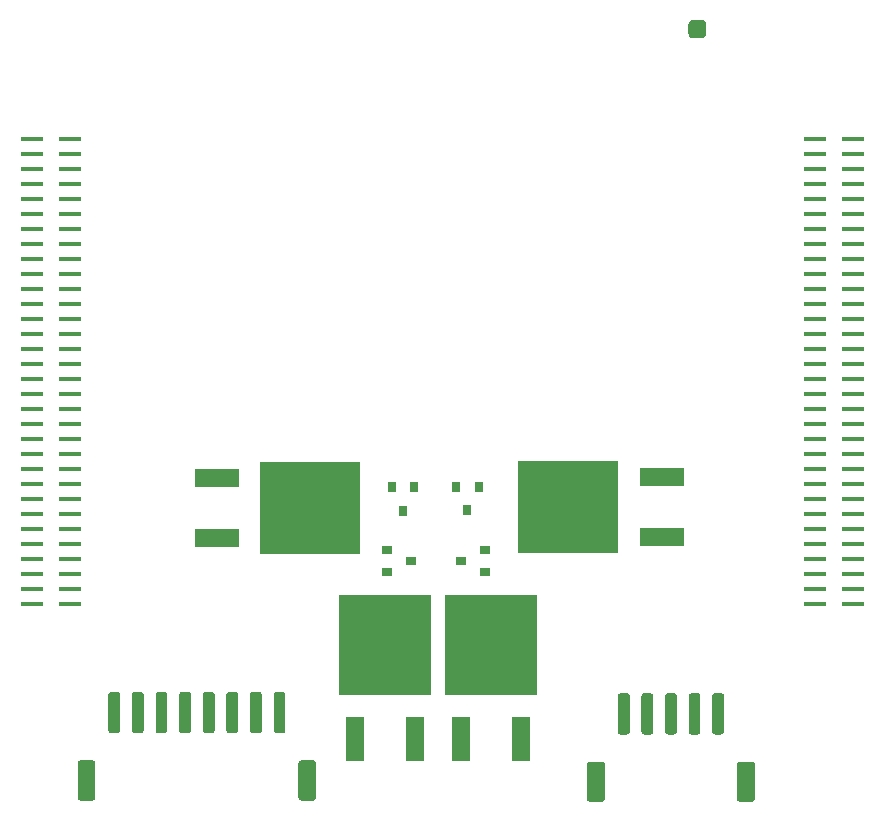
<source format=gbr>
G04 #@! TF.GenerationSoftware,KiCad,Pcbnew,5.1.5+dfsg1-2build2*
G04 #@! TF.CreationDate,2020-09-29T14:15:32-07:00*
G04 #@! TF.ProjectId,PD_ElectrodeBoard_v4,50445f45-6c65-4637-9472-6f6465426f61,4.1*
G04 #@! TF.SameCoordinates,Original*
G04 #@! TF.FileFunction,Paste,Bot*
G04 #@! TF.FilePolarity,Positive*
%FSLAX46Y46*%
G04 Gerber Fmt 4.6, Leading zero omitted, Abs format (unit mm)*
G04 Created by KiCad (PCBNEW 5.1.5+dfsg1-2build2) date 2020-09-29 14:15:32*
%MOMM*%
%LPD*%
G04 APERTURE LIST*
%ADD10R,1.854200X0.457200*%
%ADD11C,0.100000*%
%ADD12R,3.810000X1.620000*%
%ADD13R,8.510000X7.870000*%
%ADD14R,1.620000X3.810000*%
%ADD15R,7.870000X8.510000*%
%ADD16R,0.900000X0.800000*%
%ADD17R,0.800000X0.900000*%
G04 APERTURE END LIST*
D10*
X168587500Y-67315000D03*
X165412500Y-67315000D03*
X168587500Y-68585000D03*
X165412500Y-68585000D03*
X168587500Y-69855000D03*
X165412500Y-69855000D03*
X168587500Y-71125000D03*
X165412500Y-71125000D03*
X168587500Y-72395000D03*
X165412500Y-72395000D03*
X168587500Y-73665000D03*
X165412500Y-73665000D03*
X168587500Y-74935000D03*
X165412500Y-74935000D03*
X168587500Y-76205000D03*
X165412500Y-76205000D03*
X168587500Y-77475000D03*
X165412500Y-77475000D03*
X168587500Y-78745000D03*
X165412500Y-78745000D03*
X168587500Y-80015000D03*
X165412500Y-80015000D03*
X168587500Y-81285000D03*
X165412500Y-81285000D03*
X168587500Y-82555000D03*
X165412500Y-82555000D03*
X168587500Y-83825000D03*
X165412500Y-83825000D03*
X168587500Y-85095000D03*
X165412500Y-85095000D03*
X168587500Y-86365000D03*
X165412500Y-86365000D03*
X168587500Y-87635000D03*
X165412500Y-87635000D03*
X168587500Y-88905000D03*
X165412500Y-88905000D03*
X168587500Y-90175000D03*
X165412500Y-90175000D03*
X168587500Y-91445000D03*
X165412500Y-91445000D03*
X168587500Y-92715000D03*
X165412500Y-92715000D03*
X168587500Y-93985000D03*
X165412500Y-93985000D03*
X168587500Y-95255000D03*
X165412500Y-95255000D03*
X168587500Y-96525000D03*
X165412500Y-96525000D03*
X168587500Y-97795000D03*
X165412500Y-97795000D03*
X168587500Y-99065000D03*
X165412500Y-99065000D03*
X168587500Y-100335000D03*
X165412500Y-100335000D03*
X168587500Y-101605000D03*
X165412500Y-101605000D03*
X168587500Y-102875000D03*
X165412500Y-102875000D03*
X168587500Y-104145000D03*
X165412500Y-104145000D03*
X168587500Y-105415000D03*
X165412500Y-105415000D03*
X168587500Y-106685000D03*
X165412500Y-106685000D03*
D11*
G36*
X222168345Y-57239835D02*
G01*
X222205329Y-57245321D01*
X222241598Y-57254406D01*
X222276802Y-57267002D01*
X222310602Y-57282988D01*
X222342672Y-57302210D01*
X222372704Y-57324483D01*
X222400408Y-57349592D01*
X222425517Y-57377296D01*
X222447790Y-57407328D01*
X222467012Y-57439398D01*
X222482998Y-57473198D01*
X222495594Y-57508402D01*
X222504679Y-57544671D01*
X222510165Y-57581655D01*
X222512000Y-57619000D01*
X222512000Y-58381000D01*
X222510165Y-58418345D01*
X222504679Y-58455329D01*
X222495594Y-58491598D01*
X222482998Y-58526802D01*
X222467012Y-58560602D01*
X222447790Y-58592672D01*
X222425517Y-58622704D01*
X222400408Y-58650408D01*
X222372704Y-58675517D01*
X222342672Y-58697790D01*
X222310602Y-58717012D01*
X222276802Y-58732998D01*
X222241598Y-58745594D01*
X222205329Y-58754679D01*
X222168345Y-58760165D01*
X222131000Y-58762000D01*
X221369000Y-58762000D01*
X221331655Y-58760165D01*
X221294671Y-58754679D01*
X221258402Y-58745594D01*
X221223198Y-58732998D01*
X221189398Y-58717012D01*
X221157328Y-58697790D01*
X221127296Y-58675517D01*
X221099592Y-58650408D01*
X221074483Y-58622704D01*
X221052210Y-58592672D01*
X221032988Y-58560602D01*
X221017002Y-58526802D01*
X221004406Y-58491598D01*
X220995321Y-58455329D01*
X220989835Y-58418345D01*
X220988000Y-58381000D01*
X220988000Y-57619000D01*
X220989835Y-57581655D01*
X220995321Y-57544671D01*
X221004406Y-57508402D01*
X221017002Y-57473198D01*
X221032988Y-57439398D01*
X221052210Y-57407328D01*
X221074483Y-57377296D01*
X221099592Y-57349592D01*
X221127296Y-57324483D01*
X221157328Y-57302210D01*
X221189398Y-57282988D01*
X221223198Y-57267002D01*
X221258402Y-57254406D01*
X221294671Y-57245321D01*
X221331655Y-57239835D01*
X221369000Y-57238000D01*
X222131000Y-57238000D01*
X222168345Y-57239835D01*
G37*
G36*
X170544504Y-119921204D02*
G01*
X170568773Y-119924804D01*
X170592571Y-119930765D01*
X170615671Y-119939030D01*
X170637849Y-119949520D01*
X170658893Y-119962133D01*
X170678598Y-119976747D01*
X170696777Y-119993223D01*
X170713253Y-120011402D01*
X170727867Y-120031107D01*
X170740480Y-120052151D01*
X170750970Y-120074329D01*
X170759235Y-120097429D01*
X170765196Y-120121227D01*
X170768796Y-120145496D01*
X170770000Y-120170000D01*
X170770000Y-123070000D01*
X170768796Y-123094504D01*
X170765196Y-123118773D01*
X170759235Y-123142571D01*
X170750970Y-123165671D01*
X170740480Y-123187849D01*
X170727867Y-123208893D01*
X170713253Y-123228598D01*
X170696777Y-123246777D01*
X170678598Y-123263253D01*
X170658893Y-123277867D01*
X170637849Y-123290480D01*
X170615671Y-123300970D01*
X170592571Y-123309235D01*
X170568773Y-123315196D01*
X170544504Y-123318796D01*
X170520000Y-123320000D01*
X169520000Y-123320000D01*
X169495496Y-123318796D01*
X169471227Y-123315196D01*
X169447429Y-123309235D01*
X169424329Y-123300970D01*
X169402151Y-123290480D01*
X169381107Y-123277867D01*
X169361402Y-123263253D01*
X169343223Y-123246777D01*
X169326747Y-123228598D01*
X169312133Y-123208893D01*
X169299520Y-123187849D01*
X169289030Y-123165671D01*
X169280765Y-123142571D01*
X169274804Y-123118773D01*
X169271204Y-123094504D01*
X169270000Y-123070000D01*
X169270000Y-120170000D01*
X169271204Y-120145496D01*
X169274804Y-120121227D01*
X169280765Y-120097429D01*
X169289030Y-120074329D01*
X169299520Y-120052151D01*
X169312133Y-120031107D01*
X169326747Y-120011402D01*
X169343223Y-119993223D01*
X169361402Y-119976747D01*
X169381107Y-119962133D01*
X169402151Y-119949520D01*
X169424329Y-119939030D01*
X169447429Y-119930765D01*
X169471227Y-119924804D01*
X169495496Y-119921204D01*
X169520000Y-119920000D01*
X170520000Y-119920000D01*
X170544504Y-119921204D01*
G37*
G36*
X189244504Y-119921204D02*
G01*
X189268773Y-119924804D01*
X189292571Y-119930765D01*
X189315671Y-119939030D01*
X189337849Y-119949520D01*
X189358893Y-119962133D01*
X189378598Y-119976747D01*
X189396777Y-119993223D01*
X189413253Y-120011402D01*
X189427867Y-120031107D01*
X189440480Y-120052151D01*
X189450970Y-120074329D01*
X189459235Y-120097429D01*
X189465196Y-120121227D01*
X189468796Y-120145496D01*
X189470000Y-120170000D01*
X189470000Y-123070000D01*
X189468796Y-123094504D01*
X189465196Y-123118773D01*
X189459235Y-123142571D01*
X189450970Y-123165671D01*
X189440480Y-123187849D01*
X189427867Y-123208893D01*
X189413253Y-123228598D01*
X189396777Y-123246777D01*
X189378598Y-123263253D01*
X189358893Y-123277867D01*
X189337849Y-123290480D01*
X189315671Y-123300970D01*
X189292571Y-123309235D01*
X189268773Y-123315196D01*
X189244504Y-123318796D01*
X189220000Y-123320000D01*
X188220000Y-123320000D01*
X188195496Y-123318796D01*
X188171227Y-123315196D01*
X188147429Y-123309235D01*
X188124329Y-123300970D01*
X188102151Y-123290480D01*
X188081107Y-123277867D01*
X188061402Y-123263253D01*
X188043223Y-123246777D01*
X188026747Y-123228598D01*
X188012133Y-123208893D01*
X187999520Y-123187849D01*
X187989030Y-123165671D01*
X187980765Y-123142571D01*
X187974804Y-123118773D01*
X187971204Y-123094504D01*
X187970000Y-123070000D01*
X187970000Y-120170000D01*
X187971204Y-120145496D01*
X187974804Y-120121227D01*
X187980765Y-120097429D01*
X187989030Y-120074329D01*
X187999520Y-120052151D01*
X188012133Y-120031107D01*
X188026747Y-120011402D01*
X188043223Y-119993223D01*
X188061402Y-119976747D01*
X188081107Y-119962133D01*
X188102151Y-119949520D01*
X188124329Y-119939030D01*
X188147429Y-119930765D01*
X188171227Y-119924804D01*
X188195496Y-119921204D01*
X188220000Y-119920000D01*
X189220000Y-119920000D01*
X189244504Y-119921204D01*
G37*
G36*
X172644504Y-114121204D02*
G01*
X172668773Y-114124804D01*
X172692571Y-114130765D01*
X172715671Y-114139030D01*
X172737849Y-114149520D01*
X172758893Y-114162133D01*
X172778598Y-114176747D01*
X172796777Y-114193223D01*
X172813253Y-114211402D01*
X172827867Y-114231107D01*
X172840480Y-114252151D01*
X172850970Y-114274329D01*
X172859235Y-114297429D01*
X172865196Y-114321227D01*
X172868796Y-114345496D01*
X172870000Y-114370000D01*
X172870000Y-117370000D01*
X172868796Y-117394504D01*
X172865196Y-117418773D01*
X172859235Y-117442571D01*
X172850970Y-117465671D01*
X172840480Y-117487849D01*
X172827867Y-117508893D01*
X172813253Y-117528598D01*
X172796777Y-117546777D01*
X172778598Y-117563253D01*
X172758893Y-117577867D01*
X172737849Y-117590480D01*
X172715671Y-117600970D01*
X172692571Y-117609235D01*
X172668773Y-117615196D01*
X172644504Y-117618796D01*
X172620000Y-117620000D01*
X172120000Y-117620000D01*
X172095496Y-117618796D01*
X172071227Y-117615196D01*
X172047429Y-117609235D01*
X172024329Y-117600970D01*
X172002151Y-117590480D01*
X171981107Y-117577867D01*
X171961402Y-117563253D01*
X171943223Y-117546777D01*
X171926747Y-117528598D01*
X171912133Y-117508893D01*
X171899520Y-117487849D01*
X171889030Y-117465671D01*
X171880765Y-117442571D01*
X171874804Y-117418773D01*
X171871204Y-117394504D01*
X171870000Y-117370000D01*
X171870000Y-114370000D01*
X171871204Y-114345496D01*
X171874804Y-114321227D01*
X171880765Y-114297429D01*
X171889030Y-114274329D01*
X171899520Y-114252151D01*
X171912133Y-114231107D01*
X171926747Y-114211402D01*
X171943223Y-114193223D01*
X171961402Y-114176747D01*
X171981107Y-114162133D01*
X172002151Y-114149520D01*
X172024329Y-114139030D01*
X172047429Y-114130765D01*
X172071227Y-114124804D01*
X172095496Y-114121204D01*
X172120000Y-114120000D01*
X172620000Y-114120000D01*
X172644504Y-114121204D01*
G37*
G36*
X174644504Y-114121204D02*
G01*
X174668773Y-114124804D01*
X174692571Y-114130765D01*
X174715671Y-114139030D01*
X174737849Y-114149520D01*
X174758893Y-114162133D01*
X174778598Y-114176747D01*
X174796777Y-114193223D01*
X174813253Y-114211402D01*
X174827867Y-114231107D01*
X174840480Y-114252151D01*
X174850970Y-114274329D01*
X174859235Y-114297429D01*
X174865196Y-114321227D01*
X174868796Y-114345496D01*
X174870000Y-114370000D01*
X174870000Y-117370000D01*
X174868796Y-117394504D01*
X174865196Y-117418773D01*
X174859235Y-117442571D01*
X174850970Y-117465671D01*
X174840480Y-117487849D01*
X174827867Y-117508893D01*
X174813253Y-117528598D01*
X174796777Y-117546777D01*
X174778598Y-117563253D01*
X174758893Y-117577867D01*
X174737849Y-117590480D01*
X174715671Y-117600970D01*
X174692571Y-117609235D01*
X174668773Y-117615196D01*
X174644504Y-117618796D01*
X174620000Y-117620000D01*
X174120000Y-117620000D01*
X174095496Y-117618796D01*
X174071227Y-117615196D01*
X174047429Y-117609235D01*
X174024329Y-117600970D01*
X174002151Y-117590480D01*
X173981107Y-117577867D01*
X173961402Y-117563253D01*
X173943223Y-117546777D01*
X173926747Y-117528598D01*
X173912133Y-117508893D01*
X173899520Y-117487849D01*
X173889030Y-117465671D01*
X173880765Y-117442571D01*
X173874804Y-117418773D01*
X173871204Y-117394504D01*
X173870000Y-117370000D01*
X173870000Y-114370000D01*
X173871204Y-114345496D01*
X173874804Y-114321227D01*
X173880765Y-114297429D01*
X173889030Y-114274329D01*
X173899520Y-114252151D01*
X173912133Y-114231107D01*
X173926747Y-114211402D01*
X173943223Y-114193223D01*
X173961402Y-114176747D01*
X173981107Y-114162133D01*
X174002151Y-114149520D01*
X174024329Y-114139030D01*
X174047429Y-114130765D01*
X174071227Y-114124804D01*
X174095496Y-114121204D01*
X174120000Y-114120000D01*
X174620000Y-114120000D01*
X174644504Y-114121204D01*
G37*
G36*
X176644504Y-114121204D02*
G01*
X176668773Y-114124804D01*
X176692571Y-114130765D01*
X176715671Y-114139030D01*
X176737849Y-114149520D01*
X176758893Y-114162133D01*
X176778598Y-114176747D01*
X176796777Y-114193223D01*
X176813253Y-114211402D01*
X176827867Y-114231107D01*
X176840480Y-114252151D01*
X176850970Y-114274329D01*
X176859235Y-114297429D01*
X176865196Y-114321227D01*
X176868796Y-114345496D01*
X176870000Y-114370000D01*
X176870000Y-117370000D01*
X176868796Y-117394504D01*
X176865196Y-117418773D01*
X176859235Y-117442571D01*
X176850970Y-117465671D01*
X176840480Y-117487849D01*
X176827867Y-117508893D01*
X176813253Y-117528598D01*
X176796777Y-117546777D01*
X176778598Y-117563253D01*
X176758893Y-117577867D01*
X176737849Y-117590480D01*
X176715671Y-117600970D01*
X176692571Y-117609235D01*
X176668773Y-117615196D01*
X176644504Y-117618796D01*
X176620000Y-117620000D01*
X176120000Y-117620000D01*
X176095496Y-117618796D01*
X176071227Y-117615196D01*
X176047429Y-117609235D01*
X176024329Y-117600970D01*
X176002151Y-117590480D01*
X175981107Y-117577867D01*
X175961402Y-117563253D01*
X175943223Y-117546777D01*
X175926747Y-117528598D01*
X175912133Y-117508893D01*
X175899520Y-117487849D01*
X175889030Y-117465671D01*
X175880765Y-117442571D01*
X175874804Y-117418773D01*
X175871204Y-117394504D01*
X175870000Y-117370000D01*
X175870000Y-114370000D01*
X175871204Y-114345496D01*
X175874804Y-114321227D01*
X175880765Y-114297429D01*
X175889030Y-114274329D01*
X175899520Y-114252151D01*
X175912133Y-114231107D01*
X175926747Y-114211402D01*
X175943223Y-114193223D01*
X175961402Y-114176747D01*
X175981107Y-114162133D01*
X176002151Y-114149520D01*
X176024329Y-114139030D01*
X176047429Y-114130765D01*
X176071227Y-114124804D01*
X176095496Y-114121204D01*
X176120000Y-114120000D01*
X176620000Y-114120000D01*
X176644504Y-114121204D01*
G37*
G36*
X178644504Y-114121204D02*
G01*
X178668773Y-114124804D01*
X178692571Y-114130765D01*
X178715671Y-114139030D01*
X178737849Y-114149520D01*
X178758893Y-114162133D01*
X178778598Y-114176747D01*
X178796777Y-114193223D01*
X178813253Y-114211402D01*
X178827867Y-114231107D01*
X178840480Y-114252151D01*
X178850970Y-114274329D01*
X178859235Y-114297429D01*
X178865196Y-114321227D01*
X178868796Y-114345496D01*
X178870000Y-114370000D01*
X178870000Y-117370000D01*
X178868796Y-117394504D01*
X178865196Y-117418773D01*
X178859235Y-117442571D01*
X178850970Y-117465671D01*
X178840480Y-117487849D01*
X178827867Y-117508893D01*
X178813253Y-117528598D01*
X178796777Y-117546777D01*
X178778598Y-117563253D01*
X178758893Y-117577867D01*
X178737849Y-117590480D01*
X178715671Y-117600970D01*
X178692571Y-117609235D01*
X178668773Y-117615196D01*
X178644504Y-117618796D01*
X178620000Y-117620000D01*
X178120000Y-117620000D01*
X178095496Y-117618796D01*
X178071227Y-117615196D01*
X178047429Y-117609235D01*
X178024329Y-117600970D01*
X178002151Y-117590480D01*
X177981107Y-117577867D01*
X177961402Y-117563253D01*
X177943223Y-117546777D01*
X177926747Y-117528598D01*
X177912133Y-117508893D01*
X177899520Y-117487849D01*
X177889030Y-117465671D01*
X177880765Y-117442571D01*
X177874804Y-117418773D01*
X177871204Y-117394504D01*
X177870000Y-117370000D01*
X177870000Y-114370000D01*
X177871204Y-114345496D01*
X177874804Y-114321227D01*
X177880765Y-114297429D01*
X177889030Y-114274329D01*
X177899520Y-114252151D01*
X177912133Y-114231107D01*
X177926747Y-114211402D01*
X177943223Y-114193223D01*
X177961402Y-114176747D01*
X177981107Y-114162133D01*
X178002151Y-114149520D01*
X178024329Y-114139030D01*
X178047429Y-114130765D01*
X178071227Y-114124804D01*
X178095496Y-114121204D01*
X178120000Y-114120000D01*
X178620000Y-114120000D01*
X178644504Y-114121204D01*
G37*
G36*
X180644504Y-114121204D02*
G01*
X180668773Y-114124804D01*
X180692571Y-114130765D01*
X180715671Y-114139030D01*
X180737849Y-114149520D01*
X180758893Y-114162133D01*
X180778598Y-114176747D01*
X180796777Y-114193223D01*
X180813253Y-114211402D01*
X180827867Y-114231107D01*
X180840480Y-114252151D01*
X180850970Y-114274329D01*
X180859235Y-114297429D01*
X180865196Y-114321227D01*
X180868796Y-114345496D01*
X180870000Y-114370000D01*
X180870000Y-117370000D01*
X180868796Y-117394504D01*
X180865196Y-117418773D01*
X180859235Y-117442571D01*
X180850970Y-117465671D01*
X180840480Y-117487849D01*
X180827867Y-117508893D01*
X180813253Y-117528598D01*
X180796777Y-117546777D01*
X180778598Y-117563253D01*
X180758893Y-117577867D01*
X180737849Y-117590480D01*
X180715671Y-117600970D01*
X180692571Y-117609235D01*
X180668773Y-117615196D01*
X180644504Y-117618796D01*
X180620000Y-117620000D01*
X180120000Y-117620000D01*
X180095496Y-117618796D01*
X180071227Y-117615196D01*
X180047429Y-117609235D01*
X180024329Y-117600970D01*
X180002151Y-117590480D01*
X179981107Y-117577867D01*
X179961402Y-117563253D01*
X179943223Y-117546777D01*
X179926747Y-117528598D01*
X179912133Y-117508893D01*
X179899520Y-117487849D01*
X179889030Y-117465671D01*
X179880765Y-117442571D01*
X179874804Y-117418773D01*
X179871204Y-117394504D01*
X179870000Y-117370000D01*
X179870000Y-114370000D01*
X179871204Y-114345496D01*
X179874804Y-114321227D01*
X179880765Y-114297429D01*
X179889030Y-114274329D01*
X179899520Y-114252151D01*
X179912133Y-114231107D01*
X179926747Y-114211402D01*
X179943223Y-114193223D01*
X179961402Y-114176747D01*
X179981107Y-114162133D01*
X180002151Y-114149520D01*
X180024329Y-114139030D01*
X180047429Y-114130765D01*
X180071227Y-114124804D01*
X180095496Y-114121204D01*
X180120000Y-114120000D01*
X180620000Y-114120000D01*
X180644504Y-114121204D01*
G37*
G36*
X182644504Y-114121204D02*
G01*
X182668773Y-114124804D01*
X182692571Y-114130765D01*
X182715671Y-114139030D01*
X182737849Y-114149520D01*
X182758893Y-114162133D01*
X182778598Y-114176747D01*
X182796777Y-114193223D01*
X182813253Y-114211402D01*
X182827867Y-114231107D01*
X182840480Y-114252151D01*
X182850970Y-114274329D01*
X182859235Y-114297429D01*
X182865196Y-114321227D01*
X182868796Y-114345496D01*
X182870000Y-114370000D01*
X182870000Y-117370000D01*
X182868796Y-117394504D01*
X182865196Y-117418773D01*
X182859235Y-117442571D01*
X182850970Y-117465671D01*
X182840480Y-117487849D01*
X182827867Y-117508893D01*
X182813253Y-117528598D01*
X182796777Y-117546777D01*
X182778598Y-117563253D01*
X182758893Y-117577867D01*
X182737849Y-117590480D01*
X182715671Y-117600970D01*
X182692571Y-117609235D01*
X182668773Y-117615196D01*
X182644504Y-117618796D01*
X182620000Y-117620000D01*
X182120000Y-117620000D01*
X182095496Y-117618796D01*
X182071227Y-117615196D01*
X182047429Y-117609235D01*
X182024329Y-117600970D01*
X182002151Y-117590480D01*
X181981107Y-117577867D01*
X181961402Y-117563253D01*
X181943223Y-117546777D01*
X181926747Y-117528598D01*
X181912133Y-117508893D01*
X181899520Y-117487849D01*
X181889030Y-117465671D01*
X181880765Y-117442571D01*
X181874804Y-117418773D01*
X181871204Y-117394504D01*
X181870000Y-117370000D01*
X181870000Y-114370000D01*
X181871204Y-114345496D01*
X181874804Y-114321227D01*
X181880765Y-114297429D01*
X181889030Y-114274329D01*
X181899520Y-114252151D01*
X181912133Y-114231107D01*
X181926747Y-114211402D01*
X181943223Y-114193223D01*
X181961402Y-114176747D01*
X181981107Y-114162133D01*
X182002151Y-114149520D01*
X182024329Y-114139030D01*
X182047429Y-114130765D01*
X182071227Y-114124804D01*
X182095496Y-114121204D01*
X182120000Y-114120000D01*
X182620000Y-114120000D01*
X182644504Y-114121204D01*
G37*
G36*
X184644504Y-114121204D02*
G01*
X184668773Y-114124804D01*
X184692571Y-114130765D01*
X184715671Y-114139030D01*
X184737849Y-114149520D01*
X184758893Y-114162133D01*
X184778598Y-114176747D01*
X184796777Y-114193223D01*
X184813253Y-114211402D01*
X184827867Y-114231107D01*
X184840480Y-114252151D01*
X184850970Y-114274329D01*
X184859235Y-114297429D01*
X184865196Y-114321227D01*
X184868796Y-114345496D01*
X184870000Y-114370000D01*
X184870000Y-117370000D01*
X184868796Y-117394504D01*
X184865196Y-117418773D01*
X184859235Y-117442571D01*
X184850970Y-117465671D01*
X184840480Y-117487849D01*
X184827867Y-117508893D01*
X184813253Y-117528598D01*
X184796777Y-117546777D01*
X184778598Y-117563253D01*
X184758893Y-117577867D01*
X184737849Y-117590480D01*
X184715671Y-117600970D01*
X184692571Y-117609235D01*
X184668773Y-117615196D01*
X184644504Y-117618796D01*
X184620000Y-117620000D01*
X184120000Y-117620000D01*
X184095496Y-117618796D01*
X184071227Y-117615196D01*
X184047429Y-117609235D01*
X184024329Y-117600970D01*
X184002151Y-117590480D01*
X183981107Y-117577867D01*
X183961402Y-117563253D01*
X183943223Y-117546777D01*
X183926747Y-117528598D01*
X183912133Y-117508893D01*
X183899520Y-117487849D01*
X183889030Y-117465671D01*
X183880765Y-117442571D01*
X183874804Y-117418773D01*
X183871204Y-117394504D01*
X183870000Y-117370000D01*
X183870000Y-114370000D01*
X183871204Y-114345496D01*
X183874804Y-114321227D01*
X183880765Y-114297429D01*
X183889030Y-114274329D01*
X183899520Y-114252151D01*
X183912133Y-114231107D01*
X183926747Y-114211402D01*
X183943223Y-114193223D01*
X183961402Y-114176747D01*
X183981107Y-114162133D01*
X184002151Y-114149520D01*
X184024329Y-114139030D01*
X184047429Y-114130765D01*
X184071227Y-114124804D01*
X184095496Y-114121204D01*
X184120000Y-114120000D01*
X184620000Y-114120000D01*
X184644504Y-114121204D01*
G37*
G36*
X186644504Y-114121204D02*
G01*
X186668773Y-114124804D01*
X186692571Y-114130765D01*
X186715671Y-114139030D01*
X186737849Y-114149520D01*
X186758893Y-114162133D01*
X186778598Y-114176747D01*
X186796777Y-114193223D01*
X186813253Y-114211402D01*
X186827867Y-114231107D01*
X186840480Y-114252151D01*
X186850970Y-114274329D01*
X186859235Y-114297429D01*
X186865196Y-114321227D01*
X186868796Y-114345496D01*
X186870000Y-114370000D01*
X186870000Y-117370000D01*
X186868796Y-117394504D01*
X186865196Y-117418773D01*
X186859235Y-117442571D01*
X186850970Y-117465671D01*
X186840480Y-117487849D01*
X186827867Y-117508893D01*
X186813253Y-117528598D01*
X186796777Y-117546777D01*
X186778598Y-117563253D01*
X186758893Y-117577867D01*
X186737849Y-117590480D01*
X186715671Y-117600970D01*
X186692571Y-117609235D01*
X186668773Y-117615196D01*
X186644504Y-117618796D01*
X186620000Y-117620000D01*
X186120000Y-117620000D01*
X186095496Y-117618796D01*
X186071227Y-117615196D01*
X186047429Y-117609235D01*
X186024329Y-117600970D01*
X186002151Y-117590480D01*
X185981107Y-117577867D01*
X185961402Y-117563253D01*
X185943223Y-117546777D01*
X185926747Y-117528598D01*
X185912133Y-117508893D01*
X185899520Y-117487849D01*
X185889030Y-117465671D01*
X185880765Y-117442571D01*
X185874804Y-117418773D01*
X185871204Y-117394504D01*
X185870000Y-117370000D01*
X185870000Y-114370000D01*
X185871204Y-114345496D01*
X185874804Y-114321227D01*
X185880765Y-114297429D01*
X185889030Y-114274329D01*
X185899520Y-114252151D01*
X185912133Y-114231107D01*
X185926747Y-114211402D01*
X185943223Y-114193223D01*
X185961402Y-114176747D01*
X185981107Y-114162133D01*
X186002151Y-114149520D01*
X186024329Y-114139030D01*
X186047429Y-114130765D01*
X186071227Y-114124804D01*
X186095496Y-114121204D01*
X186120000Y-114120000D01*
X186620000Y-114120000D01*
X186644504Y-114121204D01*
G37*
G36*
X213684504Y-120031204D02*
G01*
X213708773Y-120034804D01*
X213732571Y-120040765D01*
X213755671Y-120049030D01*
X213777849Y-120059520D01*
X213798893Y-120072133D01*
X213818598Y-120086747D01*
X213836777Y-120103223D01*
X213853253Y-120121402D01*
X213867867Y-120141107D01*
X213880480Y-120162151D01*
X213890970Y-120184329D01*
X213899235Y-120207429D01*
X213905196Y-120231227D01*
X213908796Y-120255496D01*
X213910000Y-120280000D01*
X213910000Y-123180000D01*
X213908796Y-123204504D01*
X213905196Y-123228773D01*
X213899235Y-123252571D01*
X213890970Y-123275671D01*
X213880480Y-123297849D01*
X213867867Y-123318893D01*
X213853253Y-123338598D01*
X213836777Y-123356777D01*
X213818598Y-123373253D01*
X213798893Y-123387867D01*
X213777849Y-123400480D01*
X213755671Y-123410970D01*
X213732571Y-123419235D01*
X213708773Y-123425196D01*
X213684504Y-123428796D01*
X213660000Y-123430000D01*
X212660000Y-123430000D01*
X212635496Y-123428796D01*
X212611227Y-123425196D01*
X212587429Y-123419235D01*
X212564329Y-123410970D01*
X212542151Y-123400480D01*
X212521107Y-123387867D01*
X212501402Y-123373253D01*
X212483223Y-123356777D01*
X212466747Y-123338598D01*
X212452133Y-123318893D01*
X212439520Y-123297849D01*
X212429030Y-123275671D01*
X212420765Y-123252571D01*
X212414804Y-123228773D01*
X212411204Y-123204504D01*
X212410000Y-123180000D01*
X212410000Y-120280000D01*
X212411204Y-120255496D01*
X212414804Y-120231227D01*
X212420765Y-120207429D01*
X212429030Y-120184329D01*
X212439520Y-120162151D01*
X212452133Y-120141107D01*
X212466747Y-120121402D01*
X212483223Y-120103223D01*
X212501402Y-120086747D01*
X212521107Y-120072133D01*
X212542151Y-120059520D01*
X212564329Y-120049030D01*
X212587429Y-120040765D01*
X212611227Y-120034804D01*
X212635496Y-120031204D01*
X212660000Y-120030000D01*
X213660000Y-120030000D01*
X213684504Y-120031204D01*
G37*
G36*
X226384504Y-120031204D02*
G01*
X226408773Y-120034804D01*
X226432571Y-120040765D01*
X226455671Y-120049030D01*
X226477849Y-120059520D01*
X226498893Y-120072133D01*
X226518598Y-120086747D01*
X226536777Y-120103223D01*
X226553253Y-120121402D01*
X226567867Y-120141107D01*
X226580480Y-120162151D01*
X226590970Y-120184329D01*
X226599235Y-120207429D01*
X226605196Y-120231227D01*
X226608796Y-120255496D01*
X226610000Y-120280000D01*
X226610000Y-123180000D01*
X226608796Y-123204504D01*
X226605196Y-123228773D01*
X226599235Y-123252571D01*
X226590970Y-123275671D01*
X226580480Y-123297849D01*
X226567867Y-123318893D01*
X226553253Y-123338598D01*
X226536777Y-123356777D01*
X226518598Y-123373253D01*
X226498893Y-123387867D01*
X226477849Y-123400480D01*
X226455671Y-123410970D01*
X226432571Y-123419235D01*
X226408773Y-123425196D01*
X226384504Y-123428796D01*
X226360000Y-123430000D01*
X225360000Y-123430000D01*
X225335496Y-123428796D01*
X225311227Y-123425196D01*
X225287429Y-123419235D01*
X225264329Y-123410970D01*
X225242151Y-123400480D01*
X225221107Y-123387867D01*
X225201402Y-123373253D01*
X225183223Y-123356777D01*
X225166747Y-123338598D01*
X225152133Y-123318893D01*
X225139520Y-123297849D01*
X225129030Y-123275671D01*
X225120765Y-123252571D01*
X225114804Y-123228773D01*
X225111204Y-123204504D01*
X225110000Y-123180000D01*
X225110000Y-120280000D01*
X225111204Y-120255496D01*
X225114804Y-120231227D01*
X225120765Y-120207429D01*
X225129030Y-120184329D01*
X225139520Y-120162151D01*
X225152133Y-120141107D01*
X225166747Y-120121402D01*
X225183223Y-120103223D01*
X225201402Y-120086747D01*
X225221107Y-120072133D01*
X225242151Y-120059520D01*
X225264329Y-120049030D01*
X225287429Y-120040765D01*
X225311227Y-120034804D01*
X225335496Y-120031204D01*
X225360000Y-120030000D01*
X226360000Y-120030000D01*
X226384504Y-120031204D01*
G37*
G36*
X215784504Y-114231204D02*
G01*
X215808773Y-114234804D01*
X215832571Y-114240765D01*
X215855671Y-114249030D01*
X215877849Y-114259520D01*
X215898893Y-114272133D01*
X215918598Y-114286747D01*
X215936777Y-114303223D01*
X215953253Y-114321402D01*
X215967867Y-114341107D01*
X215980480Y-114362151D01*
X215990970Y-114384329D01*
X215999235Y-114407429D01*
X216005196Y-114431227D01*
X216008796Y-114455496D01*
X216010000Y-114480000D01*
X216010000Y-117480000D01*
X216008796Y-117504504D01*
X216005196Y-117528773D01*
X215999235Y-117552571D01*
X215990970Y-117575671D01*
X215980480Y-117597849D01*
X215967867Y-117618893D01*
X215953253Y-117638598D01*
X215936777Y-117656777D01*
X215918598Y-117673253D01*
X215898893Y-117687867D01*
X215877849Y-117700480D01*
X215855671Y-117710970D01*
X215832571Y-117719235D01*
X215808773Y-117725196D01*
X215784504Y-117728796D01*
X215760000Y-117730000D01*
X215260000Y-117730000D01*
X215235496Y-117728796D01*
X215211227Y-117725196D01*
X215187429Y-117719235D01*
X215164329Y-117710970D01*
X215142151Y-117700480D01*
X215121107Y-117687867D01*
X215101402Y-117673253D01*
X215083223Y-117656777D01*
X215066747Y-117638598D01*
X215052133Y-117618893D01*
X215039520Y-117597849D01*
X215029030Y-117575671D01*
X215020765Y-117552571D01*
X215014804Y-117528773D01*
X215011204Y-117504504D01*
X215010000Y-117480000D01*
X215010000Y-114480000D01*
X215011204Y-114455496D01*
X215014804Y-114431227D01*
X215020765Y-114407429D01*
X215029030Y-114384329D01*
X215039520Y-114362151D01*
X215052133Y-114341107D01*
X215066747Y-114321402D01*
X215083223Y-114303223D01*
X215101402Y-114286747D01*
X215121107Y-114272133D01*
X215142151Y-114259520D01*
X215164329Y-114249030D01*
X215187429Y-114240765D01*
X215211227Y-114234804D01*
X215235496Y-114231204D01*
X215260000Y-114230000D01*
X215760000Y-114230000D01*
X215784504Y-114231204D01*
G37*
G36*
X217784504Y-114231204D02*
G01*
X217808773Y-114234804D01*
X217832571Y-114240765D01*
X217855671Y-114249030D01*
X217877849Y-114259520D01*
X217898893Y-114272133D01*
X217918598Y-114286747D01*
X217936777Y-114303223D01*
X217953253Y-114321402D01*
X217967867Y-114341107D01*
X217980480Y-114362151D01*
X217990970Y-114384329D01*
X217999235Y-114407429D01*
X218005196Y-114431227D01*
X218008796Y-114455496D01*
X218010000Y-114480000D01*
X218010000Y-117480000D01*
X218008796Y-117504504D01*
X218005196Y-117528773D01*
X217999235Y-117552571D01*
X217990970Y-117575671D01*
X217980480Y-117597849D01*
X217967867Y-117618893D01*
X217953253Y-117638598D01*
X217936777Y-117656777D01*
X217918598Y-117673253D01*
X217898893Y-117687867D01*
X217877849Y-117700480D01*
X217855671Y-117710970D01*
X217832571Y-117719235D01*
X217808773Y-117725196D01*
X217784504Y-117728796D01*
X217760000Y-117730000D01*
X217260000Y-117730000D01*
X217235496Y-117728796D01*
X217211227Y-117725196D01*
X217187429Y-117719235D01*
X217164329Y-117710970D01*
X217142151Y-117700480D01*
X217121107Y-117687867D01*
X217101402Y-117673253D01*
X217083223Y-117656777D01*
X217066747Y-117638598D01*
X217052133Y-117618893D01*
X217039520Y-117597849D01*
X217029030Y-117575671D01*
X217020765Y-117552571D01*
X217014804Y-117528773D01*
X217011204Y-117504504D01*
X217010000Y-117480000D01*
X217010000Y-114480000D01*
X217011204Y-114455496D01*
X217014804Y-114431227D01*
X217020765Y-114407429D01*
X217029030Y-114384329D01*
X217039520Y-114362151D01*
X217052133Y-114341107D01*
X217066747Y-114321402D01*
X217083223Y-114303223D01*
X217101402Y-114286747D01*
X217121107Y-114272133D01*
X217142151Y-114259520D01*
X217164329Y-114249030D01*
X217187429Y-114240765D01*
X217211227Y-114234804D01*
X217235496Y-114231204D01*
X217260000Y-114230000D01*
X217760000Y-114230000D01*
X217784504Y-114231204D01*
G37*
G36*
X219784504Y-114231204D02*
G01*
X219808773Y-114234804D01*
X219832571Y-114240765D01*
X219855671Y-114249030D01*
X219877849Y-114259520D01*
X219898893Y-114272133D01*
X219918598Y-114286747D01*
X219936777Y-114303223D01*
X219953253Y-114321402D01*
X219967867Y-114341107D01*
X219980480Y-114362151D01*
X219990970Y-114384329D01*
X219999235Y-114407429D01*
X220005196Y-114431227D01*
X220008796Y-114455496D01*
X220010000Y-114480000D01*
X220010000Y-117480000D01*
X220008796Y-117504504D01*
X220005196Y-117528773D01*
X219999235Y-117552571D01*
X219990970Y-117575671D01*
X219980480Y-117597849D01*
X219967867Y-117618893D01*
X219953253Y-117638598D01*
X219936777Y-117656777D01*
X219918598Y-117673253D01*
X219898893Y-117687867D01*
X219877849Y-117700480D01*
X219855671Y-117710970D01*
X219832571Y-117719235D01*
X219808773Y-117725196D01*
X219784504Y-117728796D01*
X219760000Y-117730000D01*
X219260000Y-117730000D01*
X219235496Y-117728796D01*
X219211227Y-117725196D01*
X219187429Y-117719235D01*
X219164329Y-117710970D01*
X219142151Y-117700480D01*
X219121107Y-117687867D01*
X219101402Y-117673253D01*
X219083223Y-117656777D01*
X219066747Y-117638598D01*
X219052133Y-117618893D01*
X219039520Y-117597849D01*
X219029030Y-117575671D01*
X219020765Y-117552571D01*
X219014804Y-117528773D01*
X219011204Y-117504504D01*
X219010000Y-117480000D01*
X219010000Y-114480000D01*
X219011204Y-114455496D01*
X219014804Y-114431227D01*
X219020765Y-114407429D01*
X219029030Y-114384329D01*
X219039520Y-114362151D01*
X219052133Y-114341107D01*
X219066747Y-114321402D01*
X219083223Y-114303223D01*
X219101402Y-114286747D01*
X219121107Y-114272133D01*
X219142151Y-114259520D01*
X219164329Y-114249030D01*
X219187429Y-114240765D01*
X219211227Y-114234804D01*
X219235496Y-114231204D01*
X219260000Y-114230000D01*
X219760000Y-114230000D01*
X219784504Y-114231204D01*
G37*
G36*
X221784504Y-114231204D02*
G01*
X221808773Y-114234804D01*
X221832571Y-114240765D01*
X221855671Y-114249030D01*
X221877849Y-114259520D01*
X221898893Y-114272133D01*
X221918598Y-114286747D01*
X221936777Y-114303223D01*
X221953253Y-114321402D01*
X221967867Y-114341107D01*
X221980480Y-114362151D01*
X221990970Y-114384329D01*
X221999235Y-114407429D01*
X222005196Y-114431227D01*
X222008796Y-114455496D01*
X222010000Y-114480000D01*
X222010000Y-117480000D01*
X222008796Y-117504504D01*
X222005196Y-117528773D01*
X221999235Y-117552571D01*
X221990970Y-117575671D01*
X221980480Y-117597849D01*
X221967867Y-117618893D01*
X221953253Y-117638598D01*
X221936777Y-117656777D01*
X221918598Y-117673253D01*
X221898893Y-117687867D01*
X221877849Y-117700480D01*
X221855671Y-117710970D01*
X221832571Y-117719235D01*
X221808773Y-117725196D01*
X221784504Y-117728796D01*
X221760000Y-117730000D01*
X221260000Y-117730000D01*
X221235496Y-117728796D01*
X221211227Y-117725196D01*
X221187429Y-117719235D01*
X221164329Y-117710970D01*
X221142151Y-117700480D01*
X221121107Y-117687867D01*
X221101402Y-117673253D01*
X221083223Y-117656777D01*
X221066747Y-117638598D01*
X221052133Y-117618893D01*
X221039520Y-117597849D01*
X221029030Y-117575671D01*
X221020765Y-117552571D01*
X221014804Y-117528773D01*
X221011204Y-117504504D01*
X221010000Y-117480000D01*
X221010000Y-114480000D01*
X221011204Y-114455496D01*
X221014804Y-114431227D01*
X221020765Y-114407429D01*
X221029030Y-114384329D01*
X221039520Y-114362151D01*
X221052133Y-114341107D01*
X221066747Y-114321402D01*
X221083223Y-114303223D01*
X221101402Y-114286747D01*
X221121107Y-114272133D01*
X221142151Y-114259520D01*
X221164329Y-114249030D01*
X221187429Y-114240765D01*
X221211227Y-114234804D01*
X221235496Y-114231204D01*
X221260000Y-114230000D01*
X221760000Y-114230000D01*
X221784504Y-114231204D01*
G37*
G36*
X223784504Y-114231204D02*
G01*
X223808773Y-114234804D01*
X223832571Y-114240765D01*
X223855671Y-114249030D01*
X223877849Y-114259520D01*
X223898893Y-114272133D01*
X223918598Y-114286747D01*
X223936777Y-114303223D01*
X223953253Y-114321402D01*
X223967867Y-114341107D01*
X223980480Y-114362151D01*
X223990970Y-114384329D01*
X223999235Y-114407429D01*
X224005196Y-114431227D01*
X224008796Y-114455496D01*
X224010000Y-114480000D01*
X224010000Y-117480000D01*
X224008796Y-117504504D01*
X224005196Y-117528773D01*
X223999235Y-117552571D01*
X223990970Y-117575671D01*
X223980480Y-117597849D01*
X223967867Y-117618893D01*
X223953253Y-117638598D01*
X223936777Y-117656777D01*
X223918598Y-117673253D01*
X223898893Y-117687867D01*
X223877849Y-117700480D01*
X223855671Y-117710970D01*
X223832571Y-117719235D01*
X223808773Y-117725196D01*
X223784504Y-117728796D01*
X223760000Y-117730000D01*
X223260000Y-117730000D01*
X223235496Y-117728796D01*
X223211227Y-117725196D01*
X223187429Y-117719235D01*
X223164329Y-117710970D01*
X223142151Y-117700480D01*
X223121107Y-117687867D01*
X223101402Y-117673253D01*
X223083223Y-117656777D01*
X223066747Y-117638598D01*
X223052133Y-117618893D01*
X223039520Y-117597849D01*
X223029030Y-117575671D01*
X223020765Y-117552571D01*
X223014804Y-117528773D01*
X223011204Y-117504504D01*
X223010000Y-117480000D01*
X223010000Y-114480000D01*
X223011204Y-114455496D01*
X223014804Y-114431227D01*
X223020765Y-114407429D01*
X223029030Y-114384329D01*
X223039520Y-114362151D01*
X223052133Y-114341107D01*
X223066747Y-114321402D01*
X223083223Y-114303223D01*
X223101402Y-114286747D01*
X223121107Y-114272133D01*
X223142151Y-114259520D01*
X223164329Y-114249030D01*
X223187429Y-114240765D01*
X223211227Y-114234804D01*
X223235496Y-114231204D01*
X223260000Y-114230000D01*
X223760000Y-114230000D01*
X223784504Y-114231204D01*
G37*
D12*
X218750000Y-101040000D03*
D13*
X210810000Y-98500000D03*
D12*
X218750000Y-95960000D03*
D14*
X192770000Y-118110000D03*
D15*
X195310000Y-110170000D03*
D14*
X197850000Y-118110000D03*
X201770000Y-118110000D03*
D15*
X204310000Y-110170000D03*
D14*
X206850000Y-118110000D03*
D12*
X181040000Y-96010000D03*
D13*
X188980000Y-98550000D03*
D12*
X181040000Y-101090000D03*
D16*
X201750000Y-103050000D03*
X203750000Y-104000000D03*
X203750000Y-102100000D03*
X197475000Y-103025000D03*
X195475000Y-102075000D03*
X195475000Y-103975000D03*
D17*
X202280000Y-98750000D03*
X203230000Y-96750000D03*
X201330000Y-96750000D03*
X196830000Y-98810000D03*
X197780000Y-96810000D03*
X195880000Y-96810000D03*
D10*
X234887500Y-67315000D03*
X231712500Y-67315000D03*
X234887500Y-68585000D03*
X231712500Y-68585000D03*
X234887500Y-69855000D03*
X231712500Y-69855000D03*
X234887500Y-71125000D03*
X231712500Y-71125000D03*
X234887500Y-72395000D03*
X231712500Y-72395000D03*
X234887500Y-73665000D03*
X231712500Y-73665000D03*
X234887500Y-74935000D03*
X231712500Y-74935000D03*
X234887500Y-76205000D03*
X231712500Y-76205000D03*
X234887500Y-77475000D03*
X231712500Y-77475000D03*
X234887500Y-78745000D03*
X231712500Y-78745000D03*
X234887500Y-80015000D03*
X231712500Y-80015000D03*
X234887500Y-81285000D03*
X231712500Y-81285000D03*
X234887500Y-82555000D03*
X231712500Y-82555000D03*
X234887500Y-83825000D03*
X231712500Y-83825000D03*
X234887500Y-85095000D03*
X231712500Y-85095000D03*
X234887500Y-86365000D03*
X231712500Y-86365000D03*
X234887500Y-87635000D03*
X231712500Y-87635000D03*
X234887500Y-88905000D03*
X231712500Y-88905000D03*
X234887500Y-90175000D03*
X231712500Y-90175000D03*
X234887500Y-91445000D03*
X231712500Y-91445000D03*
X234887500Y-92715000D03*
X231712500Y-92715000D03*
X234887500Y-93985000D03*
X231712500Y-93985000D03*
X234887500Y-95255000D03*
X231712500Y-95255000D03*
X234887500Y-96525000D03*
X231712500Y-96525000D03*
X234887500Y-97795000D03*
X231712500Y-97795000D03*
X234887500Y-99065000D03*
X231712500Y-99065000D03*
X234887500Y-100335000D03*
X231712500Y-100335000D03*
X234887500Y-101605000D03*
X231712500Y-101605000D03*
X234887500Y-102875000D03*
X231712500Y-102875000D03*
X234887500Y-104145000D03*
X231712500Y-104145000D03*
X234887500Y-105415000D03*
X231712500Y-105415000D03*
X234887500Y-106685000D03*
X231712500Y-106685000D03*
M02*

</source>
